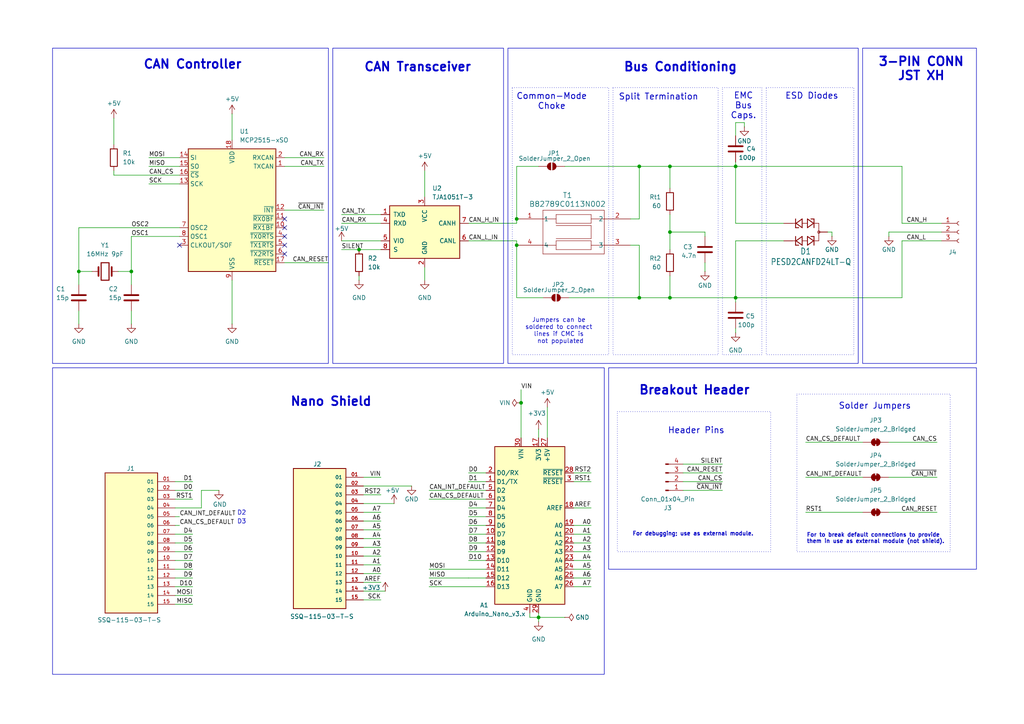
<source format=kicad_sch>
(kicad_sch (version 20250114) (generator "eeschema") (generator_version "9.0")
  (paper "A4")
  (lib_symbols
    (symbol "Connector:Conn_01x03_Socket" (pin_names (offset 1.016) (hide yes))
      (property "Reference" "J" (at 0 5.08 0))
      (property "Value" "Conn_01x03_Socket" (at 0 -5.08 0))
      (symbol "Conn_01x03_Socket_1_1"
        (polyline (pts (xy -1.27 2.54) (xy -0.508 2.54)) (stroke (width 0.1524)))
        (polyline (pts (xy -1.27 0) (xy -0.508 0)) (stroke (width 0.1524)))
        (polyline (pts (xy -1.27 -2.54) (xy -0.508 -2.54)) (stroke (width 0.1524)))
        (arc (start 0 2.032) (mid -0.5058 2.54) (end 0 3.048) (stroke (width 0.1524)))
        (arc (start 0 -0.508) (mid -0.5058 0) (end 0 0.508) (stroke (width 0.1524)))
        (arc (start 0 -3.048) (mid -0.5058 -2.54) (end 0 -2.032) (stroke (width 0.1524)))
        (pin passive line (at -5.08 2.54 0) (length 3.81) (name "Pin_1") (number "1"))
        (pin passive line (at -5.08 0 0) (length 3.81) (name "Pin_2") (number "2"))
        (pin passive line (at -5.08 -2.54 0) (length 3.81) (name "Pin_3") (number "3"))
      )
    )
    (symbol "Connector:Conn_01x04_Pin" (pin_names (offset 1.016) (hide yes))
      (property "Reference" "J" (at 0 5.08 0))
      (property "Value" "Conn_01x04_Pin" (at 0 -7.62 0))
      (symbol "Conn_01x04_Pin_1_1"
        (rectangle (start 0.8636 2.667) (end 0 2.413) (stroke (width 0.1524)) (fill (type outline)))
        (rectangle (start 0.8636 0.127) (end 0 -0.127) (stroke (width 0.1524)) (fill (type outline)))
        (rectangle (start 0.8636 -2.413) (end 0 -2.667) (stroke (width 0.1524)) (fill (type outline)))
        (rectangle (start 0.8636 -4.953) (end 0 -5.207) (stroke (width 0.1524)) (fill (type outline)))
        (polyline (pts (xy 1.27 2.54) (xy 0.8636 2.54)) (stroke (width 0.1524)))
        (polyline (pts (xy 1.27 0) (xy 0.8636 0)) (stroke (width 0.1524)))
        (polyline (pts (xy 1.27 -2.54) (xy 0.8636 -2.54)) (stroke (width 0.1524)))
        (polyline (pts (xy 1.27 -5.08) (xy 0.8636 -5.08)) (stroke (width 0.1524)))
        (pin passive line (at 5.08 2.54 180) (length 3.81) (name "Pin_1") (number "1"))
        (pin passive line (at 5.08 0 180) (length 3.81) (name "Pin_2") (number "2"))
        (pin passive line (at 5.08 -2.54 180) (length 3.81) (name "Pin_3") (number "3"))
        (pin passive line (at 5.08 -5.08 180) (length 3.81) (name "Pin_4") (number "4"))
      )
    )
    (symbol "Device:C" (pin_numbers (hide yes)) (pin_names (offset 0.254))
      (property "Reference" "C" (at 0.635 2.54 0))
      (property "Value" "C" (at 0.635 -2.54 0))
      (symbol "C_0_1"
        (polyline (pts (xy -2.032 0.762) (xy 2.032 0.762)) (stroke (width 0.508)))
        (polyline (pts (xy -2.032 -0.762) (xy 2.032 -0.762)) (stroke (width 0.508)))
      )
      (symbol "C_1_1"
        (pin passive line (at 0 3.81 270) (length 2.794) (name "~") (number "1"))
        (pin passive line (at 0 -3.81 90) (length 2.794) (name "~") (number "2"))
      )
    )
    (symbol "Device:Crystal" (pin_numbers (hide yes)) (pin_names (offset 1.016) (hide yes))
      (property "Reference" "Y" (at 0 3.81 0))
      (property "Value" "Crystal" (at 0 -3.81 0))
      (symbol "Crystal_0_1"
        (polyline (pts (xy -2.54 0) (xy -1.905 0)))
        (polyline (pts (xy -1.905 -1.27) (xy -1.905 1.27)) (stroke (width 0.508)))
        (rectangle (start -1.143 2.54) (end 1.143 -2.54) (stroke (width 0.3048)))
        (polyline (pts (xy 1.905 -1.27) (xy 1.905 1.27)) (stroke (width 0.508)))
        (polyline (pts (xy 2.54 0) (xy 1.905 0)))
      )
      (symbol "Crystal_1_1"
        (pin passive line (at -3.81 0 0) (length 1.27) (name "1") (number "1"))
        (pin passive line (at 3.81 0 180) (length 1.27) (name "2") (number "2"))
      )
    )
    (symbol "Device:R" (pin_numbers (hide yes)) (pin_names (offset 0))
      (property "Reference" "R" (at 2.032 0 90))
      (property "Value" "R" (at 0 0 90))
      (symbol "R_0_1"
        (rectangle (start -1.016 -2.54) (end 1.016 2.54) (stroke (width 0.254)))
      )
      (symbol "R_1_1"
        (pin passive line (at 0 3.81 270) (length 1.27) (name "~") (number "1"))
        (pin passive line (at 0 -3.81 90) (length 1.27) (name "~") (number "2"))
      )
    )
    (symbol "Interface_CAN_LIN:MCP2515-xSO"
      (property "Reference" "U" (at -10.16 19.685 0))
      (property "Value" "MCP2515-xSO" (at 19.05 20.32 0))
      (symbol "MCP2515-xSO_0_1"
        (rectangle (start -12.7 17.78) (end 12.7 -17.78) (stroke (width 0.254)) (fill (type background)))
      )
      (symbol "MCP2515-xSO_1_1"
        (pin input line (at -15.24 15.24 0) (length 2.54) (name "SI") (number "14"))
        (pin output line (at -15.24 12.7 0) (length 2.54) (name "SO") (number "15"))
        (pin input line (at -15.24 10.16 0) (length 2.54) (name "~{CS}") (number "16"))
        (pin input line (at -15.24 7.62 0) (length 2.54) (name "SCK") (number "13"))
        (pin output line (at -15.24 -5.08 0) (length 2.54) (name "OSC2") (number "7"))
        (pin input line (at -15.24 -7.62 0) (length 2.54) (name "OSC1") (number "8"))
        (pin output line (at -15.24 -10.16 0) (length 2.54) (name "CLKOUT/SOF") (number "3"))
        (pin power_in line (at 0 20.32 270) (length 2.54) (name "VDD") (number "18"))
        (pin power_in line (at 0 -20.32 90) (length 2.54) (name "VSS") (number "9"))
        (pin input line (at 15.24 15.24 180) (length 2.54) (name "RXCAN") (number "2"))
        (pin output line (at 15.24 12.7 180) (length 2.54) (name "TXCAN") (number "1"))
        (pin output line (at 15.24 0 180) (length 2.54) (name "~{INT}") (number "12"))
        (pin output line (at 15.24 -2.54 180) (length 2.54) (name "~{RX0BF}") (number "11"))
        (pin output line (at 15.24 -5.08 180) (length 2.54) (name "~{RX1BF}") (number "10"))
        (pin input line (at 15.24 -7.62 180) (length 2.54) (name "~{TX0RTS}") (number "4"))
        (pin input line (at 15.24 -10.16 180) (length 2.54) (name "~{TX1RTS}") (number "5"))
        (pin input line (at 15.24 -12.7 180) (length 2.54) (name "~{TX2RTS}") (number "6"))
        (pin input line (at 15.24 -15.24 180) (length 2.54) (name "~{RESET}") (number "17"))
      )
    )
    (symbol "Interface_CAN_LIN:TJA1051T-3" (pin_names (offset 1.016))
      (property "Reference" "U" (at -10.16 8.89 0))
      (property "Value" "TJA1051T-3" (at 1.27 8.89 0))
      (symbol "TJA1051T-3_0_1"
        (rectangle (start -10.16 7.62) (end 10.16 -7.62) (stroke (width 0.254)) (fill (type background)))
      )
      (symbol "TJA1051T-3_1_1"
        (pin input line (at -12.7 5.08 0) (length 2.54) (name "TXD") (number "1"))
        (pin output line (at -12.7 2.54 0) (length 2.54) (name "RXD") (number "4"))
        (pin power_in line (at -12.7 -2.54 0) (length 2.54) (name "VIO") (number "5"))
        (pin input line (at -12.7 -5.08 0) (length 2.54) (name "S") (number "8"))
        (pin power_in line (at 0 10.16 270) (length 2.54) (name "VCC") (number "3"))
        (pin power_in line (at 0 -10.16 90) (length 2.54) (name "GND") (number "2"))
        (pin bidirectional line (at 12.7 2.54 180) (length 2.54) (name "CANH") (number "7"))
        (pin bidirectional line (at 12.7 -2.54 180) (length 2.54) (name "CANL") (number "6"))
      )
    )
    (symbol "Jumper:SolderJumper_2_Bridged" (pin_numbers (hide yes)) (pin_names (offset 0) (hide yes)) (exclude_from_sim yes) (in_bom no)
      (property "Reference" "JP" (at 0 2.032 0))
      (property "Value" "SolderJumper_2_Bridged" (at 0 -2.54 0))
      (symbol "SolderJumper_2_Bridged_0_1"
        (rectangle (start -0.508 0.508) (end 0.508 -0.508) (fill (type outline)))
        (polyline (pts (xy -0.254 1.016) (xy -0.254 -1.016)))
        (arc (start -0.254 -1.016) (mid -1.2656 0) (end -0.254 1.016))
        (arc (start -0.254 -1.016) (mid -1.2656 0) (end -0.254 1.016) (fill (type outline)))
        (arc (start 0.254 1.016) (mid 1.2656 0) (end 0.254 -1.016))
        (arc (start 0.254 1.016) (mid 1.2656 0) (end 0.254 -1.016) (fill (type outline)))
        (polyline (pts (xy 0.254 1.016) (xy 0.254 -1.016)))
      )
      (symbol "SolderJumper_2_Bridged_1_1"
        (pin passive line (at -3.81 0 0) (length 2.54) (name "A") (number "1"))
        (pin passive line (at 3.81 0 180) (length 2.54) (name "B") (number "2"))
      )
    )
    (symbol "Jumper:SolderJumper_2_Open" (pin_numbers (hide yes)) (pin_names (offset 0) (hide yes)) (in_bom no)
      (property "Reference" "JP" (at 0 2.032 0))
      (property "Value" "SolderJumper_2_Open" (at 0 -2.54 0))
      (symbol "SolderJumper_2_Open_0_1"
        (polyline (pts (xy -0.254 1.016) (xy -0.254 -1.016)))
        (arc (start -0.254 -1.016) (mid -1.2656 0) (end -0.254 1.016))
        (arc (start -0.254 -1.016) (mid -1.2656 0) (end -0.254 1.016) (fill (type outline)))
        (arc (start 0.254 1.016) (mid 1.2656 0) (end 0.254 -1.016))
        (arc (start 0.254 1.016) (mid 1.2656 0) (end 0.254 -1.016) (fill (type outline)))
        (polyline (pts (xy 0.254 1.016) (xy 0.254 -1.016)))
      )
      (symbol "SolderJumper_2_Open_1_1"
        (pin passive line (at -3.81 0 0) (length 2.54) (name "A") (number "1"))
        (pin passive line (at 3.81 0 180) (length 2.54) (name "B") (number "2"))
      )
    )
    (symbol "MCU_Module:Arduino_Nano_v3.x"
      (property "Reference" "A" (at -10.16 23.495 0))
      (property "Value" "Arduino_Nano_v3.x" (at 5.08 -24.13 0))
      (symbol "Arduino_Nano_v3.x_0_1"
        (rectangle (start -10.16 22.86) (end 10.16 -22.86) (stroke (width 0.254)) (fill (type background)))
      )
      (symbol "Arduino_Nano_v3.x_1_1"
        (pin bidirectional line (at -12.7 15.24 0) (length 2.54) (name "D0/RX") (number "2"))
        (pin bidirectional line (at -12.7 12.7 0) (length 2.54) (name "D1/TX") (number "1"))
        (pin bidirectional line (at -12.7 10.16 0) (length 2.54) (name "D2") (number "5"))
        (pin bidirectional line (at -12.7 7.62 0) (length 2.54) (name "D3") (number "6"))
        (pin bidirectional line (at -12.7 5.08 0) (length 2.54) (name "D4") (number "7"))
        (pin bidirectional line (at -12.7 2.54 0) (length 2.54) (name "D5") (number "8"))
        (pin bidirectional line (at -12.7 0 0) (length 2.54) (name "D6") (number "9"))
        (pin bidirectional line (at -12.7 -2.54 0) (length 2.54) (name "D7") (number "10"))
        (pin bidirectional line (at -12.7 -5.08 0) (length 2.54) (name "D8") (number "11"))
        (pin bidirectional line (at -12.7 -7.62 0) (length 2.54) (name "D9") (number "12"))
        (pin bidirectional line (at -12.7 -10.16 0) (length 2.54) (name "D10") (number "13"))
        (pin bidirectional line (at -12.7 -12.7 0) (length 2.54) (name "D11") (number "14"))
        (pin bidirectional line (at -12.7 -15.24 0) (length 2.54) (name "D12") (number "15"))
        (pin bidirectional line (at -12.7 -17.78 0) (length 2.54) (name "D13") (number "16"))
        (pin power_in line (at -2.54 25.4 270) (length 2.54) (name "VIN") (number "30"))
        (pin power_in line (at 0 -25.4 90) (length 2.54) (name "GND") (number "4"))
        (pin power_out line (at 2.54 25.4 270) (length 2.54) (name "3V3") (number "17"))
        (pin power_in line (at 2.54 -25.4 90) (length 2.54) (name "GND") (number "29"))
        (pin power_out line (at 5.08 25.4 270) (length 2.54) (name "+5V") (number "27"))
        (pin input line (at 12.7 15.24 180) (length 2.54) (name "~{RESET}") (number "28"))
        (pin input line (at 12.7 12.7 180) (length 2.54) (name "~{RESET}") (number "3"))
        (pin input line (at 12.7 5.08 180) (length 2.54) (name "AREF") (number "18"))
        (pin bidirectional line (at 12.7 0 180) (length 2.54) (name "A0") (number "19"))
        (pin bidirectional line (at 12.7 -2.54 180) (length 2.54) (name "A1") (number "20"))
        (pin bidirectional line (at 12.7 -5.08 180) (length 2.54) (name "A2") (number "21"))
        (pin bidirectional line (at 12.7 -7.62 180) (length 2.54) (name "A3") (number "22"))
        (pin bidirectional line (at 12.7 -10.16 180) (length 2.54) (name "A4") (number "23"))
        (pin bidirectional line (at 12.7 -12.7 180) (length 2.54) (name "A5") (number "24"))
        (pin bidirectional line (at 12.7 -15.24 180) (length 2.54) (name "A6") (number "25"))
        (pin bidirectional line (at 12.7 -17.78 180) (length 2.54) (name "A7") (number "26"))
      )
    )
    (symbol "kml-custom:B82789C0113N002" (pin_names (offset 0.254))
      (property "Reference" "U" (at 20.32 7.62 0))
      (property "Value" "B82789C0113N002" (at 20.32 5.08 0))
      (symbol "B82789C0113N002_0_1"
        (polyline (pts (xy 11.43 2.54) (xy 11.43 -10.16)) (stroke (width 0.127)))
        (polyline (pts (xy 11.43 0) (xy 15.24 0)) (stroke (width 0.127)))
        (polyline (pts (xy 11.43 -7.62) (xy 15.24 -7.62)) (stroke (width 0.127)))
        (polyline (pts (xy 11.43 -10.16) (xy 29.21 -10.16)) (stroke (width 0.127)))
        (polyline (pts (xy 15.24 1.27) (xy 15.24 -1.27)) (stroke (width 0.127)))
        (polyline (pts (xy 15.24 -1.27) (xy 25.4 -1.27)) (stroke (width 0.127)))
        (polyline (pts (xy 15.24 -1.905) (xy 25.4 -1.905)) (stroke (width 0.127)))
        (polyline (pts (xy 15.24 -6.35) (xy 25.4 -6.35)) (stroke (width 0.127)))
        (polyline (pts (xy 15.24 -8.89) (xy 15.24 -6.35)) (stroke (width 0.127)))
        (polyline (pts (xy 25.4 1.27) (xy 15.24 1.27)) (stroke (width 0.127)))
        (polyline (pts (xy 25.4 -1.27) (xy 25.4 1.27)) (stroke (width 0.127)))
        (polyline (pts (xy 25.4 -1.905) (xy 25.4 -5.715)) (stroke (width 0.127)))
        (polyline (pts (xy 25.4 -5.715) (xy 15.24 -5.715)) (stroke (width 0.127)))
        (polyline (pts (xy 25.4 -6.35) (xy 25.4 -8.89)) (stroke (width 0.127)))
        (polyline (pts (xy 25.4 -8.89) (xy 15.24 -8.89)) (stroke (width 0.127)))
        (polyline (pts (xy 29.21 2.54) (xy 11.43 2.54)) (stroke (width 0.127)))
        (polyline (pts (xy 29.21 0) (xy 25.4 0)) (stroke (width 0.127)))
        (polyline (pts (xy 29.21 -7.62) (xy 25.4 -7.62)) (stroke (width 0.127)))
        (polyline (pts (xy 29.21 -10.16) (xy 29.21 2.54)) (stroke (width 0.127)))
        (pin unspecified line (at 3.81 0 0) (length 7.62) (name "1") (number "1"))
        (pin unspecified line (at 3.81 -7.62 0) (length 7.62) (name "4") (number "4"))
        (pin unspecified line (at 36.83 0 180) (length 7.62) (name "2") (number "2"))
        (pin unspecified line (at 36.83 -7.62 180) (length 7.62) (name "3") (number "3"))
      )
    )
    (symbol "kml-custom:PESD2CANFD24LT-Q"
      (property "Reference" "D1" (at -5.08 5.08 0))
      (property "Value" "PESD2CANFD24LT-Q" (at -5.08 -7.62 0))
      (symbol "PESD2CANFD24LT-Q_1_0"
        (polyline (pts (xy -4.191 1.27) (xy -4.191 3.81)) (stroke (width 0.254)))
        (polyline (pts (xy -4.191 1.27) (xy -3.302 1.27)) (stroke (width 0.254)))
        (polyline (pts (xy -4.191 -3.81) (xy -4.191 -1.27)) (stroke (width 0.254)))
        (polyline (pts (xy -4.191 -3.81) (xy -3.302 -3.81)) (stroke (width 0.254)))
        (polyline (pts (xy -4.1275 2.54) (xy -5.08 2.54)) (stroke (width 0.1524)))
        (polyline (pts (xy -4.1275 -2.54) (xy -5.08 -2.54)) (stroke (width 0.1524)))
        (polyline (pts (xy -4.064 2.54) (xy -2.286 1.27)) (stroke (width 0.254)))
        (polyline (pts (xy -4.064 -2.54) (xy -2.286 -3.81)) (stroke (width 0.254)))
        (polyline (pts (xy -2.286 3.81) (xy -4.064 2.54)) (stroke (width 0.254)))
        (polyline (pts (xy -2.286 1.27) (xy -2.286 3.81)) (stroke (width 0.254)))
        (polyline (pts (xy -2.286 -1.27) (xy -4.064 -2.54)) (stroke (width 0.254)))
        (polyline (pts (xy -2.286 -3.81) (xy -2.286 -1.27)) (stroke (width 0.254)))
        (polyline (pts (xy -2.2225 2.54) (xy -0.7937 2.54)) (stroke (width 0.1524)))
        (polyline (pts (xy -2.2225 -2.54) (xy -0.7937 -2.54)) (stroke (width 0.1524)))
        (polyline (pts (xy -0.762 3.81) (xy -0.762 1.27)) (stroke (width 0.254)))
        (polyline (pts (xy -0.762 1.27) (xy 1.016 2.54)) (stroke (width 0.254)))
        (polyline (pts (xy -0.762 -1.27) (xy -0.762 -3.81)) (stroke (width 0.254)))
        (polyline (pts (xy -0.762 -3.81) (xy 1.016 -2.54)) (stroke (width 0.254)))
        (polyline (pts (xy 1.016 2.54) (xy -0.762 3.81)) (stroke (width 0.254)))
        (polyline (pts (xy 1.016 -2.54) (xy -0.762 -1.27)) (stroke (width 0.254)))
        (polyline (pts (xy 1.143 3.81) (xy 0.254 3.81)) (stroke (width 0.254)))
        (polyline (pts (xy 1.143 3.81) (xy 1.143 1.27)) (stroke (width 0.254)))
        (polyline (pts (xy 1.143 -1.27) (xy 0.254 -1.27)) (stroke (width 0.254)))
        (polyline (pts (xy 1.143 -1.27) (xy 1.143 -3.81)) (stroke (width 0.254)))
        (polyline (pts (xy 2.54 2.54) (xy 1.27 2.54)) (stroke (width 0.1524)))
        (polyline (pts (xy 2.54 2.54) (xy 2.54 -2.54)) (stroke (width 0.1524)))
        (circle (center 2.54 0) (radius 0.3592))
        (polyline (pts (xy 2.54 -2.54) (xy 1.27 -2.54)) (stroke (width 0.1524)))
        (pin passive line (at -7.62 2.54 0) (length 2.54) (name "1") (number "1"))
        (pin passive line (at -7.62 -2.54 0) (length 2.54) (name "2") (number "2"))
        (pin passive line (at 5.08 0 180) (length 2.54) (name "3") (number "3"))
      )
    )
    (symbol "kml-custom:SSQ-115-03-T-S" (pin_names (offset 1.016))
      (property "Reference" "J" (at -8.12 20.32 0))
      (property "Value" "SSQ-115-03-T-S" (at -7.62 -22.86 0))
      (symbol "SSQ-115-03-T-S_0_0"
        (rectangle (start -7.62 -20.32) (end 7.62 20.32) (stroke (width 0.254)) (fill (type background)))
        (pin passive line (at -12.7 17.78 0) (length 5.08) (name "01") (number "01"))
        (pin passive line (at -12.7 15.24 0) (length 5.08) (name "02") (number "02"))
        (pin passive line (at -12.7 12.7 0) (length 5.08) (name "03") (number "03"))
        (pin passive line (at -12.7 10.16 0) (length 5.08) (name "04") (number "04"))
        (pin passive line (at -12.7 7.62 0) (length 5.08) (name "05") (number "05"))
        (pin passive line (at -12.7 5.08 0) (length 5.08) (name "06") (number "06"))
        (pin passive line (at -12.7 2.54 0) (length 5.08) (name "07") (number "07"))
        (pin passive line (at -12.7 0 0) (length 5.08) (name "08") (number "08"))
        (pin passive line (at -12.7 -2.54 0) (length 5.08) (name "09") (number "09"))
        (pin passive line (at -12.7 -5.08 0) (length 5.08) (name "10") (number "10"))
        (pin passive line (at -12.7 -7.62 0) (length 5.08) (name "11") (number "11"))
        (pin passive line (at -12.7 -10.16 0) (length 5.08) (name "12") (number "12"))
        (pin passive line (at -12.7 -12.7 0) (length 5.08) (name "13") (number "13"))
        (pin passive line (at -12.7 -15.24 0) (length 5.08) (name "14") (number "14"))
        (pin passive line (at -12.7 -17.78 0) (length 5.08) (name "15") (number "15"))
      )
    )
    (symbol "power:+3V3" (power) (pin_numbers (hide yes)) (pin_names (offset 0) (hide yes))
      (property "Value" "+3V3" (at 0 3.556 0))
      (symbol "+3V3_0_1"
        (polyline (pts (xy -0.762 1.27) (xy 0 2.54)))
        (polyline (pts (xy 0 2.54) (xy 0.762 1.27)))
        (polyline (pts (xy 0 0) (xy 0 2.54)))
      )
      (symbol "+3V3_1_1"
        (pin power_in line (at 0 0 90) (length 0) (name "~") (number "1"))
      )
    )
    (symbol "power:+5V" (power) (pin_numbers (hide yes)) (pin_names (offset 0) (hide yes))
      (property "Value" "+5V" (at 0 3.556 0))
      (symbol "+5V_0_1"
        (polyline (pts (xy -0.762 1.27) (xy 0 2.54)))
        (polyline (pts (xy 0 2.54) (xy 0.762 1.27)))
        (polyline (pts (xy 0 0) (xy 0 2.54)))
      )
      (symbol "+5V_1_1"
        (pin power_in line (at 0 0 90) (length 0) (name "~") (number "1"))
      )
    )
    (symbol "power:GND" (power) (pin_numbers (hide yes)) (pin_names (offset 0) (hide yes))
      (property "Value" "GND" (at 0 -3.81 0))
      (symbol "GND_0_1"
        (polyline (pts (xy 0 0) (xy 0 -1.27) (xy 1.27 -1.27) (xy 0 -2.54) (xy -1.27 -1.27) (xy 0 -1.27)))
      )
      (symbol "GND_1_1"
        (pin power_in line (at 0 0 270) (length 0) (name "~") (number "1"))
      )
    )
    (symbol "power:PWR_FLAG" (power) (pin_numbers (hide yes)) (pin_names (offset 0) (hide yes))
      (property "Value" "PWR_FLAG" (at 0 3.81 0))
      (symbol "PWR_FLAG_0_0"
        (pin power_out line (at 0 0 90) (length 0) (name "~") (number "1"))
      )
      (symbol "PWR_FLAG_0_1"
        (polyline (pts (xy 0 0) (xy 0 1.27) (xy -1.016 1.905) (xy 0 2.54) (xy 1.016 1.905) (xy 0 1.27)))
      )
    )
  )
  (rectangle (start 96.52 13.97) (end 146.05 105.41))
  (rectangle (start 176.53 106.68) (end 283.21 165.1))
  (rectangle (start 147.32 13.97) (end 248.92 105.41))
  (rectangle (start 177.8 25.4) (end 208.28 102.87) (stroke (width 0) (type dot)))
  (rectangle (start 250.19 13.97) (end 283.21 105.41))
  (rectangle (start 148.59 25.4) (end 176.53 102.87) (stroke (width 0) (type dot)))
  (rectangle (start 222.25 25.4) (end 247.65 102.87) (stroke (width 0) (type dot)))
  (rectangle (start 179.07 119.38) (end 223.52 160.02) (stroke (width 0) (type dot)))
  (rectangle (start 15.24 13.97) (end 95.25 105.41))
  (rectangle (start 15.24 106.68) (end 175.26 195.58))
  (rectangle (start 231.14 114.3) (end 275.59 160.02) (stroke (width 0) (type dot)))
  (rectangle (start 209.55 25.4) (end 220.98 102.87) (stroke (width 0) (type dot)))
  (text "Header Pins" (at 201.93 124.968 0) (effects (font (size 1.778 1.778) (thickness 0.2223))))
  (text "EMC\nBus\nCaps." (at 215.646 30.734 0) (effects (font (size 1.778 1.778) (thickness 0.2223))))
  (text "For debugging; use as external module." (at 183.388 154.94 0) (effects (font (size 1.143 1.143) (thickness 0.2223)) (justify left)))
  (text "Bus Conditioning" (at 197.358 19.558 0) (effects (font (size 2.54 2.54) (thickness 0.508) (bold yes))))
  (text "Breakout Header" (at 201.422 113.284 0) (effects (font (size 2.54 2.54) (thickness 0.508) (bold yes))))
  (text "Solder Jumpers" (at 253.746 117.856 0) (effects (font (size 1.778 1.778) (thickness 0.2223))))
  (text "CAN Controller" (at 55.88 18.796 0) (effects (font (size 2.54 2.54) (thickness 0.508) (bold yes))))
  (text "ESD Diodes" (at 235.458 27.94 0) (effects (font (size 1.778 1.778) (thickness 0.2223))))
  (text "For to break default connections to provide\nthem in use as external module (not shield)." (at 233.934 156.21 0) (effects (font (size 1.143 1.143) (thickness 0.2223)) (justify left)))
  (text "D3" (at 70.104 151.384 0) (effects (font (size 1.27 1.27))))
  (text "Split Termination" (at 191.008 28.194 0) (effects (font (size 1.778 1.778) (thickness 0.2223))))
  (text "CAN Transceiver" (at 121.158 19.558 0) (effects (font (size 2.54 2.54) (thickness 0.508) (bold yes))))
  (text "3-PIN CONN\nJST XH" (at 267.208 20.066 0) (effects (font (size 2.54 2.54) (thickness 0.508) (bold yes))))
  (text "D2" (at 70.104 148.844 0) (effects (font (size 1.27 1.27))))
  (text "Jumpers can be \nsoldered to connect \nlines if CMC is \nnot populated" (at 162.56 96.012 0) (effects (font (size 1.27 1.27))))
  (text "Common-Mode\nChoke" (at 160.02 29.464 0) (effects (font (size 1.778 1.778) (thickness 0.2223))))
  (text "Nano Shield" (at 96.012 116.586 0) (effects (font (size 2.54 2.54) (thickness 0.508) (bold yes))))
  (junction (at 185.42 86.36))
  (junction (at 194.31 48.26))
  (junction (at 213.36 48.26))
  (junction (at 149.86 63.5))
  (junction (at 104.14 72.39))
  (junction (at 156.21 179.07))
  (junction (at 22.86 78.74))
  (junction (at 194.31 86.36))
  (junction (at 185.42 48.26))
  (junction (at 149.86 71.12))
  (junction (at 213.36 86.36))
  (junction (at 38.1 78.74))
  (junction (at 194.31 67.31))
  (junction (at 151.13 116.84))
  (no_connect (at 82.55 71.12))
  (no_connect (at 82.55 66.04))
  (no_connect (at 82.55 73.66))
  (no_connect (at 82.55 68.58))
  (no_connect (at 82.55 63.5))
  (no_connect (at 52.07 71.12))
  (wire (pts (xy 105.41 143.51) (xy 110.49 143.51)))
  (wire (pts (xy 43.18 45.72) (xy 52.07 45.72)))
  (wire (pts (xy 22.86 90.17) (xy 22.86 93.98)))
  (wire (pts (xy 104.14 72.39) (xy 110.49 72.39)))
  (wire (pts (xy 171.45 167.64) (xy 166.37 167.64)))
  (wire (pts (xy 194.31 67.31) (xy 194.31 72.39)))
  (wire (pts (xy 241.3 68.58) (xy 241.3 67.31)))
  (wire (pts (xy 213.36 48.26) (xy 213.36 46.99)))
  (wire (pts (xy 43.18 48.26) (xy 52.07 48.26)))
  (wire (pts (xy 257.81 67.31) (xy 273.05 67.31)))
  (wire (pts (xy 52.07 149.86) (xy 50.8 149.86)))
  (wire (pts (xy 213.36 69.85) (xy 227.33 69.85)))
  (wire (pts (xy 99.06 62.23) (xy 110.49 62.23)))
  (wire (pts (xy 149.86 48.26) (xy 149.86 63.5)))
  (wire (pts (xy 38.1 82.55) (xy 38.1 78.74)))
  (wire (pts (xy 38.1 90.17) (xy 38.1 93.98)))
  (wire (pts (xy 33.02 50.8) (xy 52.07 50.8)))
  (wire (pts (xy 171.45 147.32) (xy 166.37 147.32)))
  (wire (pts (xy 171.45 165.1) (xy 166.37 165.1)))
  (wire (pts (xy 171.45 154.94) (xy 166.37 154.94)))
  (wire (pts (xy 135.89 157.48) (xy 140.97 157.48)))
  (wire (pts (xy 185.42 63.5) (xy 182.88 63.5)))
  (wire (pts (xy 55.88 170.18) (xy 50.8 170.18)))
  (wire (pts (xy 124.46 165.1) (xy 135.89 165.1)) (stroke (width 0.1524)))
  (wire (pts (xy 105.41 146.05) (xy 114.3 146.05)))
  (wire (pts (xy 204.47 67.31) (xy 204.47 68.58)))
  (wire (pts (xy 153.67 179.07) (xy 153.67 177.8)))
  (wire (pts (xy 185.42 71.12) (xy 185.42 86.36)))
  (wire (pts (xy 250.19 138.43) (xy 233.68 138.43)) (stroke (width 0.1524)))
  (wire (pts (xy 156.21 124.46) (xy 156.21 127)))
  (wire (pts (xy 124.46 167.64) (xy 135.89 167.64)) (stroke (width 0.1524)))
  (wire (pts (xy 55.88 157.48) (xy 50.8 157.48)))
  (wire (pts (xy 257.81 138.43) (xy 271.78 138.43)) (stroke (width 0.1524)))
  (wire (pts (xy 22.86 78.74) (xy 22.86 82.55)) (stroke (width 0.1524)))
  (wire (pts (xy 215.9 35.56) (xy 215.9 36.83)))
  (wire (pts (xy 171.45 170.18) (xy 166.37 170.18)))
  (wire (pts (xy 261.62 69.85) (xy 261.62 86.36)))
  (wire (pts (xy 194.31 80.01) (xy 194.31 86.36)))
  (wire (pts (xy 194.31 67.31) (xy 204.47 67.31)))
  (wire (pts (xy 149.86 63.5) (xy 149.86 64.77)))
  (wire (pts (xy 171.45 157.48) (xy 166.37 157.48)))
  (wire (pts (xy 215.9 35.56) (xy 213.36 35.56)))
  (wire (pts (xy 213.36 95.25) (xy 213.36 96.52)))
  (wire (pts (xy 55.88 142.24) (xy 50.8 142.24)))
  (wire (pts (xy 209.55 134.62) (xy 198.12 134.62)))
  (wire (pts (xy 110.49 161.29) (xy 105.41 161.29)))
  (wire (pts (xy 261.62 64.77) (xy 273.05 64.77)))
  (wire (pts (xy 204.47 76.2) (xy 204.47 78.74)))
  (wire (pts (xy 124.46 144.78) (xy 140.97 144.78)))
  (wire (pts (xy 22.86 66.04) (xy 52.07 66.04)) (stroke (width 0.1524)))
  (wire (pts (xy 185.42 86.36) (xy 194.31 86.36)))
  (wire (pts (xy 104.14 81.28) (xy 104.14 80.01)))
  (wire (pts (xy 185.42 71.12) (xy 182.88 71.12)))
  (wire (pts (xy 58.42 142.24) (xy 58.42 147.32)))
  (wire (pts (xy 163.83 179.07) (xy 156.21 179.07)))
  (wire (pts (xy 110.49 151.13) (xy 105.41 151.13)))
  (wire (pts (xy 135.89 170.18) (xy 140.97 170.18)))
  (wire (pts (xy 250.19 148.59) (xy 233.68 148.59)) (stroke (width 0.1524)))
  (wire (pts (xy 257.81 128.27) (xy 271.78 128.27)) (stroke (width 0.1524)))
  (wire (pts (xy 194.31 62.23) (xy 194.31 67.31)))
  (wire (pts (xy 135.89 160.02) (xy 140.97 160.02)))
  (wire (pts (xy 163.83 48.26) (xy 185.42 48.26)))
  (wire (pts (xy 135.89 165.1) (xy 140.97 165.1)))
  (wire (pts (xy 55.88 154.94) (xy 50.8 154.94)))
  (wire (pts (xy 194.31 86.36) (xy 213.36 86.36)))
  (wire (pts (xy 110.49 158.75) (xy 105.41 158.75)))
  (wire (pts (xy 67.31 33.02) (xy 67.31 40.64)))
  (wire (pts (xy 110.49 148.59) (xy 105.41 148.59)))
  (wire (pts (xy 185.42 48.26) (xy 185.42 63.5)))
  (wire (pts (xy 124.46 170.18) (xy 135.89 170.18)) (stroke (width 0.1524)))
  (wire (pts (xy 135.89 154.94) (xy 140.97 154.94)))
  (wire (pts (xy 95.25 76.2) (xy 82.55 76.2)))
  (wire (pts (xy 135.89 64.77) (xy 149.86 64.77)))
  (wire (pts (xy 213.36 64.77) (xy 227.33 64.77)))
  (wire (pts (xy 123.19 77.47) (xy 123.19 81.28)))
  (wire (pts (xy 33.02 34.29) (xy 33.02 41.91)))
  (wire (pts (xy 99.06 72.39) (xy 104.14 72.39)))
  (wire (pts (xy 99.06 64.77) (xy 110.49 64.77)))
  (wire (pts (xy 124.46 142.24) (xy 140.97 142.24)))
  (wire (pts (xy 105.41 171.45) (xy 111.76 171.45)))
  (wire (pts (xy 55.88 162.56) (xy 50.8 162.56)))
  (wire (pts (xy 38.1 78.74) (xy 34.29 78.74)))
  (wire (pts (xy 38.1 68.58) (xy 38.1 78.74)) (stroke (width 0.1524)))
  (wire (pts (xy 156.21 180.34) (xy 156.21 179.07)))
  (wire (pts (xy 135.89 69.85) (xy 149.86 69.85)))
  (wire (pts (xy 250.19 128.27) (xy 233.68 128.27)) (stroke (width 0.1524)))
  (wire (pts (xy 63.5 142.24) (xy 58.42 142.24)))
  (wire (pts (xy 149.86 69.85) (xy 149.86 71.12)))
  (wire (pts (xy 171.45 139.7) (xy 166.37 139.7)))
  (wire (pts (xy 213.36 48.26) (xy 261.62 48.26)))
  (wire (pts (xy 82.55 45.72) (xy 93.98 45.72)))
  (wire (pts (xy 257.81 148.59) (xy 271.78 148.59)) (stroke (width 0.1524)))
  (wire (pts (xy 149.86 71.12) (xy 149.86 86.36)))
  (wire (pts (xy 149.86 86.36) (xy 157.48 86.36)))
  (wire (pts (xy 149.86 48.26) (xy 156.21 48.26)))
  (wire (pts (xy 153.67 179.07) (xy 156.21 179.07)))
  (wire (pts (xy 105.41 138.43) (xy 110.49 138.43)))
  (wire (pts (xy 43.18 53.34) (xy 52.07 53.34)))
  (wire (pts (xy 135.89 137.16) (xy 140.97 137.16)))
  (wire (pts (xy 105.41 173.99) (xy 110.49 173.99)))
  (wire (pts (xy 158.75 118.11) (xy 158.75 127)))
  (wire (pts (xy 82.55 48.26) (xy 93.98 48.26)))
  (wire (pts (xy 93.98 60.96) (xy 82.55 60.96)))
  (wire (pts (xy 55.88 167.64) (xy 50.8 167.64)))
  (wire (pts (xy 135.89 152.4) (xy 140.97 152.4)))
  (wire (pts (xy 33.02 49.53) (xy 33.02 50.8)))
  (wire (pts (xy 209.55 139.7) (xy 198.12 139.7)))
  (wire (pts (xy 135.89 147.32) (xy 140.97 147.32)))
  (wire (pts (xy 213.36 86.36) (xy 261.62 86.36)))
  (wire (pts (xy 55.88 160.02) (xy 50.8 160.02)))
  (wire (pts (xy 110.49 166.37) (xy 105.41 166.37)))
  (wire (pts (xy 209.55 142.24) (xy 198.12 142.24)))
  (wire (pts (xy 261.62 64.77) (xy 261.62 48.26)))
  (wire (pts (xy 50.8 152.4) (xy 52.07 152.4)))
  (wire (pts (xy 110.49 163.83) (xy 105.41 163.83)))
  (wire (pts (xy 171.45 137.16) (xy 166.37 137.16)))
  (wire (pts (xy 194.31 48.26) (xy 194.31 54.61)))
  (wire (pts (xy 135.89 167.64) (xy 140.97 167.64)))
  (wire (pts (xy 135.89 162.56) (xy 140.97 162.56)))
  (wire (pts (xy 151.13 113.03) (xy 151.13 116.84)))
  (wire (pts (xy 58.42 147.32) (xy 50.8 147.32)))
  (wire (pts (xy 105.41 140.97) (xy 119.38 140.97)))
  (wire (pts (xy 99.06 69.85) (xy 110.49 69.85)))
  (wire (pts (xy 213.36 86.36) (xy 213.36 87.63)))
  (wire (pts (xy 110.49 153.67) (xy 105.41 153.67)))
  (wire (pts (xy 67.31 93.98) (xy 67.31 81.28)))
  (wire (pts (xy 123.19 49.53) (xy 123.19 57.15)))
  (wire (pts (xy 110.49 156.21) (xy 105.41 156.21)))
  (wire (pts (xy 55.88 172.72) (xy 50.8 172.72)))
  (wire (pts (xy 171.45 152.4) (xy 166.37 152.4)))
  (wire (pts (xy 209.55 137.16) (xy 198.12 137.16)))
  (wire (pts (xy 213.36 48.26) (xy 213.36 64.77)))
  (wire (pts (xy 55.88 175.26) (xy 50.8 175.26)))
  (wire (pts (xy 22.86 78.74) (xy 26.67 78.74)) (stroke (width 0.1524)))
  (wire (pts (xy 171.45 162.56) (xy 166.37 162.56)))
  (wire (pts (xy 38.1 68.58) (xy 52.07 68.58)) (stroke (width 0.1524)))
  (wire (pts (xy 257.81 68.58) (xy 257.81 67.31)))
  (wire (pts (xy 135.89 149.86) (xy 140.97 149.86)))
  (wire (pts (xy 261.62 69.85) (xy 273.05 69.85)))
  (wire (pts (xy 156.21 177.8) (xy 156.21 179.07)))
  (wire (pts (xy 213.36 69.85) (xy 213.36 86.36)))
  (wire (pts (xy 105.41 168.91) (xy 110.49 168.91)))
  (wire (pts (xy 135.89 139.7) (xy 140.97 139.7)))
  (wire (pts (xy 194.31 48.26) (xy 213.36 48.26)))
  (wire (pts (xy 165.1 86.36) (xy 185.42 86.36)))
  (wire (pts (xy 55.88 139.7) (xy 50.8 139.7)))
  (wire (pts (xy 213.36 35.56) (xy 213.36 39.37)))
  (wire (pts (xy 185.42 48.26) (xy 194.31 48.26)))
  (wire (pts (xy 55.88 144.78) (xy 50.8 144.78)))
  (wire (pts (xy 22.86 66.04) (xy 22.86 78.74)) (stroke (width 0.1524)))
  (wire (pts (xy 171.45 160.02) (xy 166.37 160.02)))
  (wire (pts (xy 241.3 67.31) (xy 240.03 67.31)))
  (wire (pts (xy 151.13 116.84) (xy 151.13 127)))
  (wire (pts (xy 55.88 165.1) (xy 50.8 165.1)))
  (label "RST1" (at 171.45 139.7 180))
  (label "A0" (at 171.45 152.4 180))
  (label "A1" (at 110.49 163.83 180))
  (label "A3" (at 171.45 160.02 180))
  (label "A5" (at 110.49 153.67 180))
  (label "RST2" (at 171.45 137.16 180))
  (label "CAN_INT_DEFAULT" (at 233.68 138.43 0) (effects (font (size 1.2446 1.2446))))
  (label "CAN_RX" (at 93.98 45.72 180) (effects (font (size 1.2446 1.2446))))
  (label "A6" (at 171.45 167.64 180))
  (label "CAN_CS_DEFAULT" (at 124.46 144.78 0) (effects (font (size 1.2446 1.2446))))
  (label "CAN_TX" (at 93.98 48.26 180) (effects (font (size 1.2446 1.2446))))
  (label "A0" (at 110.49 166.37 180))
  (label "D1" (at 55.88 139.7 180))
  (label "~{CAN_INT}" (at 93.98 60.96 180) (effects (font (size 1.2446 1.2446))))
  (label "CAN_TX" (at 99.06 62.23 0) (effects (font (size 1.2446 1.2446))))
  (label "A6" (at 110.49 151.13 180))
  (label "CAN_CS" (at 209.55 139.7 180) (effects (font (size 1.2446 1.2446))))
  (label "VIN" (at 151.13 113.03 0))
  (label "CAN_INT_DEFAULT" (at 124.46 142.24 0) (effects (font (size 1.2446 1.2446))))
  (label "SCK" (at 43.18 53.34 0) (effects (font (size 1.2446 1.2446))))
  (label "A3" (at 110.49 158.75 180))
  (label "AREF" (at 171.45 147.32 180))
  (label "D6" (at 55.88 160.02 180))
  (label "D10" (at 135.89 162.56 0))
  (label "OSC1" (at 38.1 68.58 0) (effects (font (size 1.2446 1.2446))))
  (label "A7" (at 171.45 170.18 180))
  (label "A4" (at 171.45 162.56 180))
  (label "D0" (at 135.89 137.16 0))
  (label "CAN_RESET" (at 95.25 76.2 180) (effects (font (size 1.2446 1.2446))))
  (label "SCK" (at 124.46 170.18 0) (effects (font (size 1.2446 1.2446))))
  (label "D7" (at 135.89 154.94 0))
  (label "CAN_H" (at 262.89 64.77 0) (effects (font (size 1.2446 1.2446))))
  (label "MISO" (at 43.18 48.26 0) (effects (font (size 1.2446 1.2446))))
  (label "A1" (at 171.45 154.94 180))
  (label "CAN_L_IN" (at 135.89 69.85 0) (effects (font (size 1.2446 1.2446))))
  (label "D5" (at 55.88 157.48 180))
  (label "CAN_CS" (at 271.78 128.27 180) (effects (font (size 1.2446 1.2446))))
  (label "D10" (at 55.88 170.18 180))
  (label "MOSI" (at 55.88 172.72 180) (effects (font (size 1.2446 1.2446))))
  (label "A2" (at 171.45 157.48 180))
  (label "A2" (at 110.49 161.29 180))
  (label "SILENT" (at 99.06 72.39 0) (effects (font (size 1.2446 1.2446))))
  (label "CAN_H_IN" (at 135.89 64.77 0) (effects (font (size 1.2446 1.2446))))
  (label "D4" (at 135.89 147.32 0))
  (label "D0" (at 55.88 142.24 180))
  (label "D8" (at 135.89 157.48 0))
  (label "~{CAN_INT}" (at 271.78 138.43 180) (effects (font (size 1.2446 1.2446))))
  (label "D9" (at 55.88 167.64 180))
  (label "CAN_L" (at 262.89 69.85 0) (effects (font (size 1.2446 1.2446))))
  (label "D8" (at 55.88 165.1 180))
  (label "OSC2" (at 38.1 66.04 0) (effects (font (size 1.2446 1.2446))))
  (label "D4" (at 55.88 154.94 180))
  (label "SILENT" (at 209.55 134.62 180) (effects (font (size 1.2446 1.2446))))
  (label "SCK" (at 110.49 173.99 180) (effects (font (size 1.2446 1.2446))))
  (label "D6" (at 135.89 152.4 0))
  (label "MOSI" (at 43.18 45.72 0) (effects (font (size 1.2446 1.2446))))
  (label "A5" (at 171.45 165.1 180))
  (label "AREF" (at 110.49 168.91 180))
  (label "MOSI" (at 124.46 165.1 0) (effects (font (size 1.2446 1.2446))))
  (label "RST2" (at 110.49 143.51 180))
  (label "D9" (at 135.89 160.02 0))
  (label "MISO" (at 124.46 167.64 0) (effects (font (size 1.2446 1.2446))))
  (label "CAN_RESET" (at 209.55 137.16 180) (effects (font (size 1.2446 1.2446))))
  (label "D1" (at 135.89 139.7 0))
  (label "MISO" (at 55.88 175.26 180) (effects (font (size 1.2446 1.2446))))
  (label "A4" (at 110.49 156.21 180))
  (label "RST1" (at 55.88 144.78 180))
  (label "CAN_CS" (at 43.18 50.8 0) (effects (font (size 1.2446 1.2446))))
  (label "RST1" (at 233.68 148.59 0))
  (label "D5" (at 135.89 149.86 0))
  (label "A7" (at 110.49 148.59 180))
  (label "CAN_CS_DEFAULT" (at 233.68 128.27 0) (effects (font (size 1.2446 1.2446))))
  (label "D7" (at 55.88 162.56 180))
  (label "~{CAN_INT}" (at 209.55 142.24 180) (effects (font (size 1.2446 1.2446))))
  (label "VIN" (at 110.49 138.43 180))
  (label "CAN_RESET" (at 271.78 148.59 180) (effects (font (size 1.2446 1.2446))))
  (label "CAN_INT_DEFAULT" (at 52.07 149.86 0) (effects (font (size 1.2446 1.2446))))
  (label "CAN_RX" (at 99.06 64.77 0) (effects (font (size 1.2446 1.2446))))
  (label "CAN_CS_DEFAULT" (at 52.07 152.4 0) (effects (font (size 1.2446 1.2446))))
  (symbol (lib_id "Interface_CAN_LIN:TJA1051T-3") (at 123.19 67.31 0) (unit 1)
    (property "Reference" "U2" (at 125.3841 54.61 0) (effects (justify left)))
    (property "Value" "TJA1051T-3" (at 125.3841 57.15 0) (effects (justify left)))
    (property "Footprint" "Package_SO:SOIC-8_3.9x4.9mm_P1.27mm" (effects (hide yes)))
    (property "Datasheet" "http://www.nxp.com/docs/en/data-sheet/TJA1051.pdf" (effects (hide yes)))
    (property "Description" "High-Speed CAN Transceiver, separate VIO, silent mode, SOIC-8" (effects (hide yes)))
  )
  (symbol (lib_id "Jumper:SolderJumper_2_Bridged") (at 254 148.59 0) (unit 1) (exclude_from_sim yes) (in_bom no)
    (property "Reference" "JP5" (at 254 142.24 0))
    (property "Value" "SolderJumper_2_Bridged" (at 254 144.78 0))
    (property "Footprint" "Jumper:SolderJumper-2_P1.3mm_Bridged_RoundedPad1.0x1.5mm" (effects (hide yes)))
    (property "Description" "Solder Jumper, 2-pole, closed/bridged" (effects (hide yes)))
  )
  (symbol (lib_id "Connector:Conn_01x03_Socket") (at 278.13 67.31 0) (unit 1)
    (property "Reference" "J4" (at 275.082 73.152 0) (effects (justify left)))
    (property "Value" "Conn_01x03_Socket" (effects (hide yes)))
    (property "Footprint" "Connector_JST:JST_XH_S3B-XH-A-1_1x03_P2.50mm_Horizontal" (effects (hide yes)))
    (property "Description" "Generic connector, single row, 01x03, script generated" (effects (hide yes)))
  )
  (symbol (lib_id "power:+5V") (at 33.02 34.29 0) (unit 1)
    (property "Reference" "#PWR02" (effects (hide yes)))
    (property "Value" "+5V" (at 33.02 29.972 0))
    (property "Description" "Power symbol creates a global label with name \"+5V\"" (effects (hide yes)))
  )
  (symbol (lib_id "power:+5V") (at 99.06 69.85 0) (unit 1)
    (property "Reference" "#PWR07" (effects (hide yes)))
    (property "Value" "+5V" (at 99.06 66.294 0))
    (property "Description" "Power symbol creates a global label with name \"+5V\"" (effects (hide yes)))
  )
  (symbol (lib_id "Jumper:SolderJumper_2_Open") (at 161.29 86.36 0) (unit 1) (in_bom no)
    (property "Reference" "JP2" (at 160.02 82.55 0) (effects (justify left)))
    (property "Value" "SolderJumper_2_Open" (at 151.638 84.074 0) (effects (justify left)))
    (property "Footprint" "Jumper:SolderJumper-2_P1.3mm_Open_RoundedPad1.0x1.5mm" (effects (hide yes)))
    (property "Description" "Solder Jumper, 2-pole, open" (effects (hide yes)))
  )
  (symbol (lib_id "power:GND") (at 67.31 93.98 0) (unit 1)
    (property "Reference" "#PWR06" (effects (hide yes)))
    (property "Value" "GND" (at 67.31 99.06 0))
    (property "Description" "Power symbol creates a global label with name \"GND\" , ground" (effects (hide yes)))
  )
  (symbol (lib_id "power:GND") (at 156.21 180.34 0) (unit 1)
    (property "Reference" "#PWR015" (effects (hide yes)))
    (property "Value" "GND" (at 156.21 185.42 0))
    (property "Description" "Power symbol creates a global label with name \"GND\" , ground" (effects (hide yes)))
  )
  (symbol (lib_id "Device:R") (at 194.31 58.42 0) (mirror y) (unit 1)
    (property "Reference" "Rt1" (at 191.77 57.1499 0) (effects (justify left)))
    (property "Value" "60" (at 191.77 59.6899 0) (effects (justify left)))
    (property "Footprint" "Resistor_SMD:R_0805_2012Metric_Pad1.20x1.40mm_HandSolder" (effects (hide yes)))
    (property "Description" "Resistor" (effects (hide yes)))
  )
  (symbol (lib_id "power:GND") (at 104.14 81.28 0) (unit 1)
    (property "Reference" "#PWR08" (effects (hide yes)))
    (property "Value" "GND" (at 104.14 86.36 0))
    (property "Description" "Power symbol creates a global label with name \"GND\" , ground" (effects (hide yes)))
  )
  (symbol (lib_id "power:GND") (at 63.5 142.24 0) (mirror y) (unit 1)
    (property "Reference" "#PWR04" (effects (hide yes)))
    (property "Value" "GND" (at 63.754 146.304 0))
    (property "Description" "Power symbol creates a global label with name \"GND\" , ground" (effects (hide yes)))
  )
  (symbol (lib_id "power:+5V") (at 67.31 33.02 0) (unit 1)
    (property "Reference" "#PWR05" (effects (hide yes)))
    (property "Value" "+5V" (at 67.31 28.702 0))
    (property "Description" "Power symbol creates a global label with name \"+5V\"" (effects (hide yes)))
  )
  (symbol (lib_id "power:GND") (at 123.19 81.28 0) (unit 1)
    (property "Reference" "#PWR013" (effects (hide yes)))
    (property "Value" "GND" (at 123.19 86.36 0))
    (property "Description" "Power symbol creates a global label with name \"GND\" , ground" (effects (hide yes)))
  )
  (symbol (lib_id "kml-custom:SSQ-115-03-T-S") (at 38.1 157.48 0) (mirror y) (unit 1)
    (property "Reference" "J1" (at 39.116 135.89 0) (effects (justify left)))
    (property "Value" "SSQ-115-03-T-S" (at 46.736 179.832 0) (effects (justify left)))
    (property "Footprint" "kml-custom:SAMTEC_SSQ-115-03-T-S" (effects (hide yes)))
    (property "PARTREV" "R" (effects (hide yes)))
    (property "STANDARD" "Manufacturer Recommendations" (effects (hide yes)))
    (property "MANUFACTURER" "Samtec" (effects (hide yes)))
  )
  (symbol (lib_id "Device:R") (at 194.31 76.2 0) (mirror y) (unit 1)
    (property "Reference" "Rt2" (at 191.77 74.9299 0) (effects (justify left)))
    (property "Value" "60" (at 191.77 77.4699 0) (effects (justify left)))
    (property "Footprint" "Resistor_SMD:R_0805_2012Metric_Pad1.20x1.40mm_HandSolder" (effects (hide yes)))
    (property "Description" "Resistor" (effects (hide yes)))
  )
  (symbol (lib_id "Device:C") (at 38.1 86.36 0) (unit 1)
    (property "Reference" "C2" (at 31.496 83.82 0) (effects (justify left)))
    (property "Value" "15p" (at 31.496 86.36 0) (effects (justify left)))
    (property "Footprint" "Capacitor_SMD:C_0805_2012Metric_Pad1.18x1.45mm_HandSolder" (effects (hide yes)))
    (property "Description" "Unpolarized capacitor" (effects (hide yes)))
  )
  (symbol (lib_id "power:GND") (at 119.38 140.97 0) (mirror y) (unit 1)
    (property "Reference" "#PWR011" (effects (hide yes)))
    (property "Value" "GND" (at 119.38 144.78 0))
    (property "Description" "Power symbol creates a global label with name \"GND\" , ground" (effects (hide yes)))
  )
  (symbol (lib_id "power:GND") (at 38.1 93.98 0) (unit 1)
    (property "Reference" "#PWR03" (effects (hide yes)))
    (property "Value" "GND" (at 38.1 99.06 0))
    (property "Description" "Power symbol creates a global label with name \"GND\" , ground" (effects (hide yes)))
  )
  (symbol (lib_id "power:GND") (at 22.86 93.98 0) (unit 1)
    (property "Reference" "#PWR01" (effects (hide yes)))
    (property "Value" "GND" (at 22.86 99.06 0))
    (property "Description" "Power symbol creates a global label with name \"GND\" , ground" (effects (hide yes)))
  )
  (symbol (lib_id "power:GND") (at 204.47 78.74 0) (unit 1)
    (property "Reference" "#PWR017" (effects (hide yes)))
    (property "Value" "GND" (at 204.47 82.804 0))
    (property "Description" "Power symbol creates a global label with name \"GND\" , ground" (effects (hide yes)))
  )
  (symbol (lib_id "MCU_Module:Arduino_Nano_v3.x") (at 153.67 152.4 0) (unit 1) (on_board no)
    (property "Reference" "A1" (at 139.192 175.514 0) (effects (justify left)))
    (property "Value" "Arduino_Nano_v3.x" (at 134.62 178.054 0) (effects (justify left)))
    (property "Footprint" "Module:Arduino_Nano" (effects (hide yes)))
    (property "Datasheet" "http://www.mouser.com/pdfdocs/Gravitech_Arduino_Nano3_0.pdf" (effects (hide yes)))
    (property "Description" "Arduino Nano v3.x" (effects (hide yes)))
  )
  (symbol (lib_id "power:PWR_FLAG") (at 151.13 116.84 90) (unit 1)
    (property "Reference" "#FLG03" (effects (hide yes)))
    (property "Value" "VIN" (at 148.082 116.84 90) (effects (justify left)))
    (property "Description" "Special symbol for telling ERC where power comes from" (effects (hide yes)))
  )
  (symbol (lib_id "power:GND") (at 241.3 68.58 0) (mirror y) (unit 1)
    (property "Reference" "#PWR020" (effects (hide yes)))
    (property "Value" "GND" (at 241.3 72.39 0))
    (property "Description" "Power symbol creates a global label with name \"GND\" , ground" (effects (hide yes)))
  )
  (symbol (lib_id "power:GND") (at 213.36 96.52 0) (unit 1)
    (property "Reference" "#PWR018" (effects (hide yes)))
    (property "Value" "GND" (at 213.36 101.6 0))
    (property "Description" "Power symbol creates a global label with name \"GND\" , ground" (effects (hide yes)))
  )
  (symbol (lib_id "Jumper:SolderJumper_2_Bridged") (at 254 138.43 0) (unit 1) (exclude_from_sim yes) (in_bom no)
    (property "Reference" "JP4" (at 254 132.08 0))
    (property "Value" "SolderJumper_2_Bridged" (at 254 134.62 0))
    (property "Footprint" "Jumper:SolderJumper-2_P1.3mm_Bridged_RoundedPad1.0x1.5mm" (effects (hide yes)))
    (property "Description" "Solder Jumper, 2-pole, closed/bridged" (effects (hide yes)))
  )
  (symbol (lib_id "power:PWR_FLAG") (at 163.83 179.07 270) (unit 1)
    (property "Reference" "#FLG02" (effects (hide yes)))
    (property "Value" "GND" (at 166.878 179.07 90) (effects (justify left)))
    (property "Description" "Special symbol for telling ERC where power comes from" (effects (hide yes)))
  )
  (symbol (lib_id "power:+5V") (at 114.3 146.05 0) (unit 1)
    (property "Reference" "#PWR010" (effects (hide yes)))
    (property "Value" "+5V" (at 113.792 142.24 0))
    (property "Description" "Power symbol creates a global label with name \"+5V\"" (effects (hide yes)))
  )
  (symbol (lib_id "power:+5V") (at 123.19 49.53 0) (unit 1)
    (property "Reference" "#PWR012" (effects (hide yes)))
    (property "Value" "+5V" (at 123.19 45.212 0))
    (property "Description" "Power symbol creates a global label with name \"+5V\"" (effects (hide yes)))
  )
  (symbol (lib_id "Device:R") (at 104.14 76.2 0) (unit 1)
    (property "Reference" "R2" (at 106.68 74.9299 0) (effects (justify left)))
    (property "Value" "10k" (at 106.68 77.4699 0) (effects (justify left)))
    (property "Footprint" "Resistor_SMD:R_0805_2012Metric_Pad1.20x1.40mm_HandSolder" (effects (hide yes)))
    (property "Description" "Resistor" (effects (hide yes)))
  )
  (symbol (lib_id "power:+5V") (at 158.75 118.11 0) (unit 1)
    (property "Reference" "#PWR016" (effects (hide yes)))
    (property "Value" "+5V" (at 158.75 113.792 0))
    (property "Description" "Power symbol creates a global label with name \"+5V\"" (effects (hide yes)))
  )
  (symbol (lib_id "Device:C") (at 204.47 72.39 0) (unit 1)
    (property "Reference" "C3" (at 198.12 71.628 0) (effects (justify left)))
    (property "Value" "4.7n" (at 197.612 74.168 0) (effects (justify left)))
    (property "Footprint" "Capacitor_SMD:C_0805_2012Metric_Pad1.18x1.45mm_HandSolder" (effects (hide yes)))
    (property "Description" "Unpolarized capacitor" (effects (hide yes)))
  )
  (symbol (lib_id "power:+3V3") (at 156.21 124.46 0) (unit 1)
    (property "Reference" "#PWR014" (effects (hide yes)))
    (property "Value" "+3V3" (at 155.702 119.888 0))
    (property "Description" "Power symbol creates a global label with name \"+3V3\"" (effects (hide yes)))
  )
  (symbol (lib_id "power:+3V3") (at 111.76 171.45 0) (unit 1)
    (property "Reference" "#PWR09" (effects (hide yes)))
    (property "Value" "+3V3" (at 107.696 170.434 0))
    (property "Description" "Power symbol creates a global label with name \"+3V3\"" (effects (hide yes)))
  )
  (symbol (lib_id "kml-custom:PESD2CANFD24LT-Q") (at 234.95 67.31 0) (unit 1)
    (property "Reference" "D1" (at 233.68 72.898 0) (effects (font (size 1.778 1.5113))))
    (property "Value" "PESD2CANFD24LT-Q" (at 235.204 75.946 0) (effects (font (size 1.778 1.5113))))
    (property "Footprint" "Package_TO_SOT_SMD:TSOT-23" (effects (hide yes)))
  )
  (symbol (lib_id "kml-custom:SSQ-115-03-T-S") (at 92.71 156.21 0) (mirror y) (unit 1)
    (property "Reference" "J2" (at 93.218 134.62 0) (effects (justify left)))
    (property "Value" "SSQ-115-03-T-S" (at 102.616 178.816 0) (effects (justify left)))
    (property "Footprint" "kml-custom:SAMTEC_SSQ-115-03-T-S" (effects (hide yes)))
    (property "PARTREV" "R" (effects (hide yes)))
    (property "STANDARD" "Manufacturer Recommendations" (effects (hide yes)))
    (property "MANUFACTURER" "Samtec" (effects (hide yes)))
  )
  (symbol (lib_id "kml-custom:B82789C0113N002") (at 146.05 63.5 0) (unit 1)
    (property "Reference" "T1" (at 164.592 56.642 0) (effects (font (size 1.524 1.524))))
    (property "Value" "B82789C0113N002" (at 164.592 59.182 0) (effects (font (size 1.524 1.524))))
    (property "Footprint" "kml-custom:SMT_13N002_TDK" (effects (hide yes)))
    (property "Datasheet" "B82789C0113N002" (effects (hide yes)))
  )
  (symbol (lib_id "Device:C") (at 22.86 86.36 0) (unit 1)
    (property "Reference" "C1" (at 16.256 83.82 0) (effects (justify left)))
    (property "Value" "15p" (at 16.256 86.36 0) (effects (justify left)))
    (property "Footprint" "Capacitor_SMD:C_0805_2012Metric_Pad1.18x1.45mm_HandSolder" (effects (hide yes)))
    (property "Description" "Unpolarized capacitor" (effects (hide yes)))
  )
  (symbol (lib_id "Device:C") (at 213.36 91.44 0) (mirror y) (unit 1)
    (property "Reference" "C5" (at 218.948 91.694 0) (effects (justify left)))
    (property "Value" "100p" (at 218.948 94.234 0) (effects (justify left)))
    (property "Footprint" "Capacitor_SMD:C_0805_2012Metric_Pad1.18x1.45mm_HandSolder" (effects (hide yes)))
    (property "Description" "Unpolarized capacitor" (effects (hide yes)))
  )
  (symbol (lib_id "Jumper:SolderJumper_2_Bridged") (at 254 128.27 0) (unit 1) (exclude_from_sim yes) (in_bom no)
    (property "Reference" "JP3" (at 254 121.92 0))
    (property "Value" "SolderJumper_2_Bridged" (at 254 124.46 0))
    (property "Footprint" "Jumper:SolderJumper-2_P1.3mm_Bridged_RoundedPad1.0x1.5mm" (effects (hide yes)))
    (property "Description" "Solder Jumper, 2-pole, closed/bridged" (effects (hide yes)))
  )
  (symbol (lib_id "Device:Crystal") (at 30.48 78.74 0) (unit 1)
    (property "Reference" "Y1" (at 30.48 71.12 0))
    (property "Value" "16MHz 9pF" (at 30.48 73.66 0))
    (property "Footprint" "Crystal:Crystal_SMD_3225-4Pin_3.2x2.5mm_HandSoldering" (effects (hide yes)))
    (property "Description" "Two pin crystal" (effects (hide yes)))
  )
  (symbol (lib_id "Jumper:SolderJumper_2_Open") (at 160.02 48.26 0) (unit 1) (in_bom no)
    (property "Reference" "JP1" (at 158.75 44.45 0) (effects (justify left)))
    (property "Value" "SolderJumper_2_Open" (at 150.368 45.974 0) (effects (justify left)))
    (property "Footprint" "Jumper:SolderJumper-2_P1.3mm_Open_RoundedPad1.0x1.5mm" (effects (hide yes)))
    (property "Description" "Solder Jumper, 2-pole, open" (effects (hide yes)))
  )
  (symbol (lib_id "Interface_CAN_LIN:MCP2515-xSO") (at 67.31 60.96 0) (unit 1)
    (property "Reference" "U1" (at 69.5041 38.1 0) (effects (justify left)))
    (property "Value" "MCP2515-xSO" (at 69.5041 40.64 0) (effects (justify left)))
    (property "Footprint" "Package_SO:SOIC-18W_7.5x11.6mm_P1.27mm" (effects (hide yes)))
    (property "Datasheet" "http://ww1.microchip.com/downloads/en/DeviceDoc/21801e.pdf" (effects (hide yes)))
    (property "Description" "Stand-Alone CAN Controller with SPI Interface, SOIC-18" (effects (hide yes)))
  )
  (symbol (lib_id "Device:C") (at 213.36 43.18 0) (mirror y) (unit 1)
    (property "Reference" "C4" (at 219.202 43.18 0) (effects (justify left)))
    (property "Value" "100p" (at 219.202 45.72 0) (effects (justify left)))
    (property "Footprint" "Capacitor_SMD:C_0805_2012Metric_Pad1.18x1.45mm_HandSolder" (effects (hide yes)))
    (property "Description" "Unpolarized capacitor" (effects (hide yes)))
  )
  (symbol (lib_id "power:GND") (at 215.9 36.83 0) (unit 1)
    (property "Reference" "#PWR019" (effects (hide yes)))
    (property "Value" "GND" (at 215.9 40.894 0))
    (property "Description" "Power symbol creates a global label with name \"GND\" , ground" (effects (hide yes)))
  )
  (symbol (lib_id "power:GND") (at 257.81 68.58 0) (mirror y) (unit 1)
    (property "Reference" "#PWR021" (effects (hide yes)))
    (property "Value" "GND" (at 257.81 72.39 0))
    (property "Description" "Power symbol creates a global label with name \"GND\" , ground" (effects (hide yes)))
  )
  (symbol (lib_id "Device:R") (at 33.02 45.72 0) (unit 1)
    (property "Reference" "R1" (at 35.56 44.4499 0) (effects (justify left)))
    (property "Value" "10k" (at 35.56 46.9899 0) (effects (justify left)))
    (property "Footprint" "Resistor_SMD:R_0805_2012Metric_Pad1.20x1.40mm_HandSolder" (effects (hide yes)))
    (property "Description" "Resistor" (effects (hide yes)))
  )
  (symbol (lib_id "Connector:Conn_01x04_Pin") (at 193.04 139.7 0) (mirror x) (unit 1)
    (property "Reference" "J3" (at 193.675 147.32 0))
    (property "Value" "Conn_01x04_Pin" (at 193.675 144.78 0))
    (property "Footprint" "Connector_PinHeader_2.54mm:PinHeader_1x04_P2.54mm_Horizontal" (effects (hide yes)))
    (property "Description" "Generic connector, single row, 01x04, script generated" (effects (hide yes)))
  )
)
</source>
